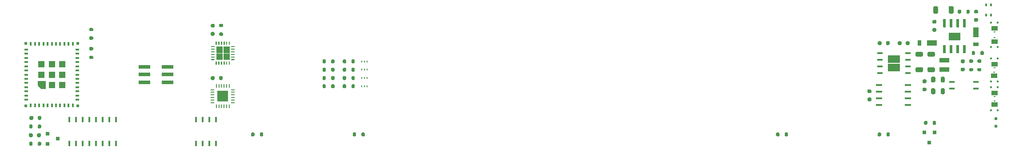
<source format=gtp>
%TF.GenerationSoftware,KiCad,Pcbnew,(5.1.8)-1*%
%TF.CreationDate,2022-03-17T10:23:42+02:00*%
%TF.ProjectId,Hardware,48617264-7761-4726-952e-6b696361645f,rev?*%
%TF.SameCoordinates,Original*%
%TF.FileFunction,Paste,Top*%
%TF.FilePolarity,Positive*%
%FSLAX46Y46*%
G04 Gerber Fmt 4.6, Leading zero omitted, Abs format (unit mm)*
G04 Created by KiCad (PCBNEW (5.1.8)-1) date 2022-03-17 10:23:42*
%MOMM*%
%LPD*%
G01*
G04 APERTURE LIST*
%ADD10C,0.100000*%
%ADD11C,0.010000*%
%ADD12R,0.320000X0.400000*%
%ADD13R,1.280000X0.880000*%
%ADD14R,0.320000X0.280000*%
%ADD15R,1.168400X0.426720*%
%ADD16R,0.650240X0.203200*%
%ADD17R,0.203200X0.650240*%
%ADD18R,2.072640X2.072640*%
%ADD19R,2.240000X0.800000*%
%ADD20R,1.097280X0.386080*%
%ADD21R,1.117600X0.447040*%
%ADD22R,0.447040X1.117600*%
%ADD23R,0.720000X0.640000*%
%ADD24R,0.223520X0.406400*%
%ADD25R,0.320000X0.600000*%
%ADD26R,1.920000X1.120000*%
%ADD27R,0.720000X1.120000*%
%ADD28R,0.560000X0.560000*%
%ADD29R,1.160000X1.160000*%
%ADD30R,0.640000X0.320000*%
%ADD31R,0.320000X0.640000*%
%ADD32R,0.640000X0.720000*%
%ADD33R,1.920000X0.840000*%
%ADD34R,1.120000X1.920000*%
%ADD35R,1.120000X0.720000*%
%ADD36R,0.560000X0.480000*%
G04 APERTURE END LIST*
D10*
%TO.C,U7*%
G36*
X189584000Y-107732500D02*
G01*
X189584000Y-109132700D01*
X191797000Y-109132700D01*
X191797000Y-107732500D01*
X189584000Y-107732500D01*
G37*
X189584000Y-107732500D02*
X189584000Y-109132700D01*
X191797000Y-109132700D01*
X191797000Y-107732500D01*
X189584000Y-107732500D01*
G36*
X189584000Y-106132300D02*
G01*
X189584000Y-107532500D01*
X191797000Y-107532500D01*
X191797000Y-106132300D01*
X189584000Y-106132300D01*
G37*
X189584000Y-106132300D02*
X189584000Y-107532500D01*
X191797000Y-107532500D01*
X191797000Y-106132300D01*
X189584000Y-106132300D01*
%TO.C,U4*%
G36*
X61644200Y-104506700D02*
G01*
X61644200Y-105627500D01*
X62765000Y-105627500D01*
X62765000Y-104506700D01*
X61644200Y-104506700D01*
G37*
X61644200Y-104506700D02*
X61644200Y-105627500D01*
X62765000Y-105627500D01*
X62765000Y-104506700D01*
X61644200Y-104506700D01*
G36*
X61644200Y-105827500D02*
G01*
X61644200Y-106948300D01*
X62765000Y-106948300D01*
X62765000Y-105827500D01*
X61644200Y-105827500D01*
G37*
X61644200Y-105827500D02*
X61644200Y-106948300D01*
X62765000Y-106948300D01*
X62765000Y-105827500D01*
X61644200Y-105827500D01*
G36*
X62965000Y-104506700D02*
G01*
X62965000Y-105627500D01*
X64085800Y-105627500D01*
X64085800Y-104506700D01*
X62965000Y-104506700D01*
G37*
X62965000Y-104506700D02*
X62965000Y-105627500D01*
X64085800Y-105627500D01*
X64085800Y-104506700D01*
X62965000Y-104506700D01*
G36*
X62965000Y-105827500D02*
G01*
X62965000Y-106948300D01*
X64085800Y-106948300D01*
X64085800Y-105827500D01*
X62965000Y-105827500D01*
G37*
X62965000Y-105827500D02*
X62965000Y-106948300D01*
X64085800Y-106948300D01*
X64085800Y-105827500D01*
X62965000Y-105827500D01*
D11*
%TO.C,U6*%
G36*
X201167500Y-103162500D02*
G01*
X201167500Y-101812500D01*
X203327500Y-101812500D01*
X203327500Y-103162500D01*
X201167500Y-103162500D01*
G37*
X201167500Y-103162500D02*
X201167500Y-101812500D01*
X203327500Y-101812500D01*
X203327500Y-103162500D01*
X201167500Y-103162500D01*
%TO.C,U2*%
G36*
X29036500Y-111105000D02*
G01*
X29036500Y-112555000D01*
X28186500Y-112555000D01*
X27586500Y-111955000D01*
X27586500Y-111105000D01*
X29036500Y-111105000D01*
G37*
X29036500Y-111105000D02*
X29036500Y-112555000D01*
X28186500Y-112555000D01*
X27586500Y-111955000D01*
X27586500Y-111105000D01*
X29036500Y-111105000D01*
%TD*%
%TO.C,R24*%
G36*
G01*
X188280000Y-121065000D02*
X188280000Y-121505000D01*
G75*
G02*
X188120000Y-121665000I-160000J0D01*
G01*
X187800000Y-121665000D01*
G75*
G02*
X187640000Y-121505000I0J160000D01*
G01*
X187640000Y-121065000D01*
G75*
G02*
X187800000Y-120905000I160000J0D01*
G01*
X188120000Y-120905000D01*
G75*
G02*
X188280000Y-121065000I0J-160000D01*
G01*
G37*
G36*
G01*
X189930000Y-121065000D02*
X189930000Y-121505000D01*
G75*
G02*
X189770000Y-121665000I-160000J0D01*
G01*
X189450000Y-121665000D01*
G75*
G02*
X189290000Y-121505000I0J160000D01*
G01*
X189290000Y-121065000D01*
G75*
G02*
X189450000Y-120905000I160000J0D01*
G01*
X189770000Y-120905000D01*
G75*
G02*
X189930000Y-121065000I0J-160000D01*
G01*
G37*
%TD*%
%TO.C,R23*%
G36*
G01*
X168912500Y-121065000D02*
X168912500Y-121505000D01*
G75*
G02*
X168752500Y-121665000I-160000J0D01*
G01*
X168432500Y-121665000D01*
G75*
G02*
X168272500Y-121505000I0J160000D01*
G01*
X168272500Y-121065000D01*
G75*
G02*
X168432500Y-120905000I160000J0D01*
G01*
X168752500Y-120905000D01*
G75*
G02*
X168912500Y-121065000I0J-160000D01*
G01*
G37*
G36*
G01*
X170562500Y-121065000D02*
X170562500Y-121505000D01*
G75*
G02*
X170402500Y-121665000I-160000J0D01*
G01*
X170082500Y-121665000D01*
G75*
G02*
X169922500Y-121505000I0J160000D01*
G01*
X169922500Y-121065000D01*
G75*
G02*
X170082500Y-120905000I160000J0D01*
G01*
X170402500Y-120905000D01*
G75*
G02*
X170562500Y-121065000I0J-160000D01*
G01*
G37*
%TD*%
%TO.C,R22*%
G36*
G01*
X88267500Y-121065000D02*
X88267500Y-121505000D01*
G75*
G02*
X88107500Y-121665000I-160000J0D01*
G01*
X87787500Y-121665000D01*
G75*
G02*
X87627500Y-121505000I0J160000D01*
G01*
X87627500Y-121065000D01*
G75*
G02*
X87787500Y-120905000I160000J0D01*
G01*
X88107500Y-120905000D01*
G75*
G02*
X88267500Y-121065000I0J-160000D01*
G01*
G37*
G36*
G01*
X89917500Y-121065000D02*
X89917500Y-121505000D01*
G75*
G02*
X89757500Y-121665000I-160000J0D01*
G01*
X89437500Y-121665000D01*
G75*
G02*
X89277500Y-121505000I0J160000D01*
G01*
X89277500Y-121065000D01*
G75*
G02*
X89437500Y-120905000I160000J0D01*
G01*
X89757500Y-120905000D01*
G75*
G02*
X89917500Y-121065000I0J-160000D01*
G01*
G37*
%TD*%
%TO.C,R21*%
G36*
G01*
X68900000Y-121065000D02*
X68900000Y-121505000D01*
G75*
G02*
X68740000Y-121665000I-160000J0D01*
G01*
X68420000Y-121665000D01*
G75*
G02*
X68260000Y-121505000I0J160000D01*
G01*
X68260000Y-121065000D01*
G75*
G02*
X68420000Y-120905000I160000J0D01*
G01*
X68740000Y-120905000D01*
G75*
G02*
X68900000Y-121065000I0J-160000D01*
G01*
G37*
G36*
G01*
X70550000Y-121065000D02*
X70550000Y-121505000D01*
G75*
G02*
X70390000Y-121665000I-160000J0D01*
G01*
X70070000Y-121665000D01*
G75*
G02*
X69910000Y-121505000I0J160000D01*
G01*
X69910000Y-121065000D01*
G75*
G02*
X70070000Y-120905000I160000J0D01*
G01*
X70390000Y-120905000D01*
G75*
G02*
X70550000Y-121065000I0J-160000D01*
G01*
G37*
%TD*%
D12*
%TO.C,D9*%
X209217500Y-116620000D03*
X210517500Y-116620000D03*
D13*
X209867500Y-115570000D03*
D14*
X209867500Y-114845000D03*
%TD*%
D12*
%TO.C,D8*%
X210517500Y-106773000D03*
X209217500Y-106773000D03*
D13*
X209867500Y-107823000D03*
D14*
X209867500Y-108548000D03*
%TD*%
D12*
%TO.C,D7*%
X210517500Y-99915000D03*
X209217500Y-99915000D03*
D13*
X209867500Y-100965000D03*
D14*
X209867500Y-101690000D03*
%TD*%
D12*
%TO.C,D6*%
X210517500Y-112297500D03*
X209217500Y-112297500D03*
D13*
X209867500Y-113347500D03*
D14*
X209867500Y-114072500D03*
%TD*%
D12*
%TO.C,D5*%
X209202500Y-111125000D03*
X210502500Y-111125000D03*
D13*
X209852500Y-110075000D03*
D14*
X209852500Y-109350000D03*
%TD*%
D12*
%TO.C,D4*%
X209217500Y-104555000D03*
X210517500Y-104555000D03*
D13*
X209867500Y-103505000D03*
D14*
X209867500Y-102780000D03*
%TD*%
D15*
%TO.C,U3*%
X187909200Y-111823500D03*
X187909200Y-113093500D03*
X187909200Y-114363500D03*
X187909200Y-115633500D03*
X193357500Y-115633500D03*
X193357500Y-114363500D03*
X193357500Y-113093500D03*
X193357500Y-111823500D03*
%TD*%
D16*
%TO.C,U5*%
X60921900Y-112732500D03*
X60921900Y-113232499D03*
X60921900Y-113732500D03*
X60921900Y-114232500D03*
X60921900Y-114732501D03*
X60921900Y-115232500D03*
D17*
X61615000Y-115925600D03*
X62114999Y-115925600D03*
X62615000Y-115925600D03*
X63115000Y-115925600D03*
X63615001Y-115925600D03*
X64115000Y-115925600D03*
D16*
X64808100Y-115232500D03*
X64808100Y-114732501D03*
X64808100Y-114232500D03*
X64808100Y-113732500D03*
X64808100Y-113232499D03*
X64808100Y-112732500D03*
D17*
X64115000Y-112039400D03*
X63615001Y-112039400D03*
X63115000Y-112039400D03*
X62615000Y-112039400D03*
X62114999Y-112039400D03*
X61615000Y-112039400D03*
D18*
X62865000Y-113982500D03*
%TD*%
%TO.C,R16*%
G36*
G01*
X199615000Y-111167502D02*
X199615000Y-110447498D01*
G75*
G02*
X199814998Y-110247500I199998J0D01*
G01*
X200235002Y-110247500D01*
G75*
G02*
X200435000Y-110447498I0J-199998D01*
G01*
X200435000Y-111167502D01*
G75*
G02*
X200235002Y-111367500I-199998J0D01*
G01*
X199814998Y-111367500D01*
G75*
G02*
X199615000Y-111167502I0J199998D01*
G01*
G37*
G36*
G01*
X197790000Y-111167502D02*
X197790000Y-110447498D01*
G75*
G02*
X197989998Y-110247500I199998J0D01*
G01*
X198410002Y-110247500D01*
G75*
G02*
X198610000Y-110447498I0J-199998D01*
G01*
X198610000Y-111167502D01*
G75*
G02*
X198410002Y-111367500I-199998J0D01*
G01*
X197989998Y-111367500D01*
G75*
G02*
X197790000Y-111167502I0J199998D01*
G01*
G37*
%TD*%
%TO.C,R15*%
G36*
G01*
X198610000Y-112669998D02*
X198610000Y-113390002D01*
G75*
G02*
X198410002Y-113590000I-199998J0D01*
G01*
X197989998Y-113590000D01*
G75*
G02*
X197790000Y-113390002I0J199998D01*
G01*
X197790000Y-112669998D01*
G75*
G02*
X197989998Y-112470000I199998J0D01*
G01*
X198410002Y-112470000D01*
G75*
G02*
X198610000Y-112669998I0J-199998D01*
G01*
G37*
G36*
G01*
X200435000Y-112669998D02*
X200435000Y-113390002D01*
G75*
G02*
X200235002Y-113590000I-199998J0D01*
G01*
X199814998Y-113590000D01*
G75*
G02*
X199615000Y-113390002I0J199998D01*
G01*
X199615000Y-112669998D01*
G75*
G02*
X199814998Y-112470000I199998J0D01*
G01*
X200235002Y-112470000D01*
G75*
G02*
X200435000Y-112669998I0J-199998D01*
G01*
G37*
%TD*%
D19*
%TO.C,LED1*%
X47963900Y-111339999D03*
X47963900Y-109840000D03*
X47963900Y-108340001D03*
X52366100Y-108340001D03*
X52366100Y-109840000D03*
X52366100Y-111339999D03*
%TD*%
D20*
%TO.C,U7*%
X188023500Y-105727500D03*
X188023500Y-106997500D03*
X188023500Y-108267500D03*
X188023500Y-109537500D03*
X193357500Y-109537500D03*
X193357500Y-108267500D03*
X193357500Y-106997500D03*
X193357500Y-105727500D03*
%TD*%
D21*
%TO.C,SW1*%
X201768000Y-111252000D03*
X201768000Y-112522000D03*
X206375000Y-112522000D03*
X206375000Y-111252000D03*
%TD*%
D22*
%TO.C,SW3*%
X57785000Y-123034500D03*
X59055000Y-123034500D03*
X60325000Y-123034500D03*
X61595000Y-123034500D03*
X61595000Y-118427500D03*
X60325000Y-118427500D03*
X59055000Y-118427500D03*
X57785000Y-118427500D03*
%TD*%
%TO.C,C12*%
G36*
G01*
X189213500Y-104022500D02*
X189213500Y-103622500D01*
G75*
G02*
X189393500Y-103442500I180000J0D01*
G01*
X189753500Y-103442500D01*
G75*
G02*
X189933500Y-103622500I0J-180000D01*
G01*
X189933500Y-104022500D01*
G75*
G02*
X189753500Y-104202500I-180000J0D01*
G01*
X189393500Y-104202500D01*
G75*
G02*
X189213500Y-104022500I0J180000D01*
G01*
G37*
G36*
G01*
X187663500Y-104022500D02*
X187663500Y-103622500D01*
G75*
G02*
X187843500Y-103442500I180000J0D01*
G01*
X188203500Y-103442500D01*
G75*
G02*
X188383500Y-103622500I0J-180000D01*
G01*
X188383500Y-104022500D01*
G75*
G02*
X188203500Y-104202500I-180000J0D01*
G01*
X187843500Y-104202500D01*
G75*
G02*
X187663500Y-104022500I0J180000D01*
G01*
G37*
%TD*%
%TO.C,C11*%
G36*
G01*
X192167500Y-103622500D02*
X192167500Y-104022500D01*
G75*
G02*
X191987500Y-104202500I-180000J0D01*
G01*
X191627500Y-104202500D01*
G75*
G02*
X191447500Y-104022500I0J180000D01*
G01*
X191447500Y-103622500D01*
G75*
G02*
X191627500Y-103442500I180000J0D01*
G01*
X191987500Y-103442500D01*
G75*
G02*
X192167500Y-103622500I0J-180000D01*
G01*
G37*
G36*
G01*
X193717500Y-103622500D02*
X193717500Y-104022500D01*
G75*
G02*
X193537500Y-104202500I-180000J0D01*
G01*
X193177500Y-104202500D01*
G75*
G02*
X192997500Y-104022500I0J180000D01*
G01*
X192997500Y-103622500D01*
G75*
G02*
X193177500Y-103442500I180000J0D01*
G01*
X193537500Y-103442500D01*
G75*
G02*
X193717500Y-103622500I0J-180000D01*
G01*
G37*
%TD*%
%TO.C,C10*%
G36*
G01*
X198322501Y-106412500D02*
X197282499Y-106412500D01*
G75*
G02*
X197082500Y-106212501I0J199999D01*
G01*
X197082500Y-105692499D01*
G75*
G02*
X197282499Y-105492500I199999J0D01*
G01*
X198322501Y-105492500D01*
G75*
G02*
X198522500Y-105692499I0J-199999D01*
G01*
X198522500Y-106212501D01*
G75*
G02*
X198322501Y-106412500I-199999J0D01*
G01*
G37*
G36*
G01*
X198322501Y-109362500D02*
X197282499Y-109362500D01*
G75*
G02*
X197082500Y-109162501I0J199999D01*
G01*
X197082500Y-108642499D01*
G75*
G02*
X197282499Y-108442500I199999J0D01*
G01*
X198322501Y-108442500D01*
G75*
G02*
X198522500Y-108642499I0J-199999D01*
G01*
X198522500Y-109162501D01*
G75*
G02*
X198322501Y-109362500I-199999J0D01*
G01*
G37*
%TD*%
%TO.C,C6*%
G36*
G01*
X61294000Y-110290000D02*
X61294000Y-110690000D01*
G75*
G02*
X61114000Y-110870000I-180000J0D01*
G01*
X60754000Y-110870000D01*
G75*
G02*
X60574000Y-110690000I0J180000D01*
G01*
X60574000Y-110290000D01*
G75*
G02*
X60754000Y-110110000I180000J0D01*
G01*
X61114000Y-110110000D01*
G75*
G02*
X61294000Y-110290000I0J-180000D01*
G01*
G37*
G36*
G01*
X62844000Y-110290000D02*
X62844000Y-110690000D01*
G75*
G02*
X62664000Y-110870000I-180000J0D01*
G01*
X62304000Y-110870000D01*
G75*
G02*
X62124000Y-110690000I0J180000D01*
G01*
X62124000Y-110290000D01*
G75*
G02*
X62304000Y-110110000I180000J0D01*
G01*
X62664000Y-110110000D01*
G75*
G02*
X62844000Y-110290000I0J-180000D01*
G01*
G37*
%TD*%
%TO.C,SW2*%
X33655000Y-123034500D03*
X34925000Y-123034500D03*
X36195000Y-123034500D03*
X37465000Y-123034500D03*
X38735000Y-123034500D03*
X40005000Y-123034500D03*
X41275000Y-123034500D03*
X42545000Y-123034500D03*
X42545000Y-118427500D03*
X41275000Y-118427500D03*
X40005000Y-118427500D03*
X38735000Y-118427500D03*
X37465000Y-118427500D03*
X36195000Y-118427500D03*
X34925000Y-118427500D03*
X33655000Y-118427500D03*
%TD*%
D23*
%TO.C,U1*%
X31464000Y-122113000D03*
X29464000Y-123063000D03*
X29464000Y-121163000D03*
%TD*%
%TO.C,R10*%
G36*
G01*
X26609000Y-122843000D02*
X26609000Y-123283000D01*
G75*
G02*
X26449000Y-123443000I-160000J0D01*
G01*
X26129000Y-123443000D01*
G75*
G02*
X25969000Y-123283000I0J160000D01*
G01*
X25969000Y-122843000D01*
G75*
G02*
X26129000Y-122683000I160000J0D01*
G01*
X26449000Y-122683000D01*
G75*
G02*
X26609000Y-122843000I0J-160000D01*
G01*
G37*
G36*
G01*
X28259000Y-122843000D02*
X28259000Y-123283000D01*
G75*
G02*
X28099000Y-123443000I-160000J0D01*
G01*
X27779000Y-123443000D01*
G75*
G02*
X27619000Y-123283000I0J160000D01*
G01*
X27619000Y-122843000D01*
G75*
G02*
X27779000Y-122683000I160000J0D01*
G01*
X28099000Y-122683000D01*
G75*
G02*
X28259000Y-122843000I0J-160000D01*
G01*
G37*
%TD*%
%TO.C,R5*%
G36*
G01*
X38002500Y-101540000D02*
X37562500Y-101540000D01*
G75*
G02*
X37402500Y-101380000I0J160000D01*
G01*
X37402500Y-101060000D01*
G75*
G02*
X37562500Y-100900000I160000J0D01*
G01*
X38002500Y-100900000D01*
G75*
G02*
X38162500Y-101060000I0J-160000D01*
G01*
X38162500Y-101380000D01*
G75*
G02*
X38002500Y-101540000I-160000J0D01*
G01*
G37*
G36*
G01*
X38002500Y-103190000D02*
X37562500Y-103190000D01*
G75*
G02*
X37402500Y-103030000I0J160000D01*
G01*
X37402500Y-102710000D01*
G75*
G02*
X37562500Y-102550000I160000J0D01*
G01*
X38002500Y-102550000D01*
G75*
G02*
X38162500Y-102710000I0J-160000D01*
G01*
X38162500Y-103030000D01*
G75*
G02*
X38002500Y-103190000I-160000J0D01*
G01*
G37*
%TD*%
%TO.C,R13*%
G36*
G01*
X37562500Y-106232500D02*
X38002500Y-106232500D01*
G75*
G02*
X38162500Y-106392500I0J-160000D01*
G01*
X38162500Y-106712500D01*
G75*
G02*
X38002500Y-106872500I-160000J0D01*
G01*
X37562500Y-106872500D01*
G75*
G02*
X37402500Y-106712500I0J160000D01*
G01*
X37402500Y-106392500D01*
G75*
G02*
X37562500Y-106232500I160000J0D01*
G01*
G37*
G36*
G01*
X37562500Y-104582500D02*
X38002500Y-104582500D01*
G75*
G02*
X38162500Y-104742500I0J-160000D01*
G01*
X38162500Y-105062500D01*
G75*
G02*
X38002500Y-105222500I-160000J0D01*
G01*
X37562500Y-105222500D01*
G75*
G02*
X37402500Y-105062500I0J160000D01*
G01*
X37402500Y-104742500D01*
G75*
G02*
X37562500Y-104582500I160000J0D01*
G01*
G37*
%TD*%
%TO.C,C5*%
G36*
G01*
X196332500Y-112315000D02*
X196732500Y-112315000D01*
G75*
G02*
X196912500Y-112495000I0J-180000D01*
G01*
X196912500Y-112855000D01*
G75*
G02*
X196732500Y-113035000I-180000J0D01*
G01*
X196332500Y-113035000D01*
G75*
G02*
X196152500Y-112855000I0J180000D01*
G01*
X196152500Y-112495000D01*
G75*
G02*
X196332500Y-112315000I180000J0D01*
G01*
G37*
G36*
G01*
X196332500Y-110765000D02*
X196732500Y-110765000D01*
G75*
G02*
X196912500Y-110945000I0J-180000D01*
G01*
X196912500Y-111305000D01*
G75*
G02*
X196732500Y-111485000I-180000J0D01*
G01*
X196332500Y-111485000D01*
G75*
G02*
X196152500Y-111305000I0J180000D01*
G01*
X196152500Y-110945000D01*
G75*
G02*
X196332500Y-110765000I180000J0D01*
G01*
G37*
%TD*%
%TO.C,C4*%
G36*
G01*
X186255000Y-113390000D02*
X185855000Y-113390000D01*
G75*
G02*
X185675000Y-113210000I0J180000D01*
G01*
X185675000Y-112850000D01*
G75*
G02*
X185855000Y-112670000I180000J0D01*
G01*
X186255000Y-112670000D01*
G75*
G02*
X186435000Y-112850000I0J-180000D01*
G01*
X186435000Y-113210000D01*
G75*
G02*
X186255000Y-113390000I-180000J0D01*
G01*
G37*
G36*
G01*
X186255000Y-114940000D02*
X185855000Y-114940000D01*
G75*
G02*
X185675000Y-114760000I0J180000D01*
G01*
X185675000Y-114400000D01*
G75*
G02*
X185855000Y-114220000I180000J0D01*
G01*
X186255000Y-114220000D01*
G75*
G02*
X186435000Y-114400000I0J-180000D01*
G01*
X186435000Y-114760000D01*
G75*
G02*
X186255000Y-114940000I-180000J0D01*
G01*
G37*
%TD*%
D24*
%TO.C,Q3*%
X89352501Y-108889800D03*
X89852500Y-108889800D03*
X90352499Y-108889800D03*
X90352499Y-107315000D03*
X89852500Y-107315000D03*
X89352501Y-107315000D03*
%TD*%
%TO.C,Q1*%
X89352501Y-112064800D03*
X89852500Y-112064800D03*
X90352499Y-112064800D03*
X90352499Y-110490000D03*
X89852500Y-110490000D03*
X89352501Y-110490000D03*
%TD*%
D25*
%TO.C,L1*%
X209232500Y-98425000D03*
X209232500Y-96550300D03*
X208332500Y-96550300D03*
X208332500Y-98425000D03*
%TD*%
%TO.C,F1*%
G36*
G01*
X206170000Y-99027500D02*
X206580000Y-99027500D01*
G75*
G02*
X206755000Y-99202500I0J-175000D01*
G01*
X206755000Y-99552500D01*
G75*
G02*
X206580000Y-99727500I-175000J0D01*
G01*
X206170000Y-99727500D01*
G75*
G02*
X205995000Y-99552500I0J175000D01*
G01*
X205995000Y-99202500D01*
G75*
G02*
X206170000Y-99027500I175000J0D01*
G01*
G37*
G36*
G01*
X206170000Y-97452500D02*
X206580000Y-97452500D01*
G75*
G02*
X206755000Y-97627500I0J-175000D01*
G01*
X206755000Y-97977500D01*
G75*
G02*
X206580000Y-98152500I-175000J0D01*
G01*
X206170000Y-98152500D01*
G75*
G02*
X205995000Y-97977500I0J175000D01*
G01*
X205995000Y-97627500D01*
G75*
G02*
X206170000Y-97452500I175000J0D01*
G01*
G37*
%TD*%
D26*
%TO.C,D3*%
X197929500Y-103822500D03*
D27*
X195579500Y-103822500D03*
%TD*%
%TO.C,U4*%
G36*
G01*
X61234320Y-104579100D02*
X60685680Y-104579100D01*
G75*
G02*
X60634880Y-104528300I0J50800D01*
G01*
X60634880Y-104426700D01*
G75*
G02*
X60685680Y-104375900I50800J0D01*
G01*
X61234320Y-104375900D01*
G75*
G02*
X61285120Y-104426700I0J-50800D01*
G01*
X61285120Y-104528300D01*
G75*
G02*
X61234320Y-104579100I-50800J0D01*
G01*
G37*
G36*
G01*
X61234320Y-105079099D02*
X60685680Y-105079099D01*
G75*
G02*
X60634880Y-105028299I0J50800D01*
G01*
X60634880Y-104926699D01*
G75*
G02*
X60685680Y-104875899I50800J0D01*
G01*
X61234320Y-104875899D01*
G75*
G02*
X61285120Y-104926699I0J-50800D01*
G01*
X61285120Y-105028299D01*
G75*
G02*
X61234320Y-105079099I-50800J0D01*
G01*
G37*
G36*
G01*
X61234320Y-105579100D02*
X60685680Y-105579100D01*
G75*
G02*
X60634880Y-105528300I0J50800D01*
G01*
X60634880Y-105426700D01*
G75*
G02*
X60685680Y-105375900I50800J0D01*
G01*
X61234320Y-105375900D01*
G75*
G02*
X61285120Y-105426700I0J-50800D01*
G01*
X61285120Y-105528300D01*
G75*
G02*
X61234320Y-105579100I-50800J0D01*
G01*
G37*
G36*
G01*
X61234320Y-106079100D02*
X60685680Y-106079100D01*
G75*
G02*
X60634880Y-106028300I0J50800D01*
G01*
X60634880Y-105926700D01*
G75*
G02*
X60685680Y-105875900I50800J0D01*
G01*
X61234320Y-105875900D01*
G75*
G02*
X61285120Y-105926700I0J-50800D01*
G01*
X61285120Y-106028300D01*
G75*
G02*
X61234320Y-106079100I-50800J0D01*
G01*
G37*
G36*
G01*
X61234320Y-106579101D02*
X60685680Y-106579101D01*
G75*
G02*
X60634880Y-106528301I0J50800D01*
G01*
X60634880Y-106426701D01*
G75*
G02*
X60685680Y-106375901I50800J0D01*
G01*
X61234320Y-106375901D01*
G75*
G02*
X61285120Y-106426701I0J-50800D01*
G01*
X61285120Y-106528301D01*
G75*
G02*
X61234320Y-106579101I-50800J0D01*
G01*
G37*
G36*
G01*
X61234320Y-107079100D02*
X60685680Y-107079100D01*
G75*
G02*
X60634880Y-107028300I0J50800D01*
G01*
X60634880Y-106926700D01*
G75*
G02*
X60685680Y-106875900I50800J0D01*
G01*
X61234320Y-106875900D01*
G75*
G02*
X61285120Y-106926700I0J-50800D01*
G01*
X61285120Y-107028300D01*
G75*
G02*
X61234320Y-107079100I-50800J0D01*
G01*
G37*
G36*
G01*
X61513400Y-107906820D02*
X61513400Y-107358180D01*
G75*
G02*
X61564200Y-107307380I50800J0D01*
G01*
X61665800Y-107307380D01*
G75*
G02*
X61716600Y-107358180I0J-50800D01*
G01*
X61716600Y-107906820D01*
G75*
G02*
X61665800Y-107957620I-50800J0D01*
G01*
X61564200Y-107957620D01*
G75*
G02*
X61513400Y-107906820I0J50800D01*
G01*
G37*
G36*
G01*
X62013399Y-107906820D02*
X62013399Y-107358180D01*
G75*
G02*
X62064199Y-107307380I50800J0D01*
G01*
X62165799Y-107307380D01*
G75*
G02*
X62216599Y-107358180I0J-50800D01*
G01*
X62216599Y-107906820D01*
G75*
G02*
X62165799Y-107957620I-50800J0D01*
G01*
X62064199Y-107957620D01*
G75*
G02*
X62013399Y-107906820I0J50800D01*
G01*
G37*
G36*
G01*
X62513400Y-107906820D02*
X62513400Y-107358180D01*
G75*
G02*
X62564200Y-107307380I50800J0D01*
G01*
X62665800Y-107307380D01*
G75*
G02*
X62716600Y-107358180I0J-50800D01*
G01*
X62716600Y-107906820D01*
G75*
G02*
X62665800Y-107957620I-50800J0D01*
G01*
X62564200Y-107957620D01*
G75*
G02*
X62513400Y-107906820I0J50800D01*
G01*
G37*
G36*
G01*
X63013400Y-107906820D02*
X63013400Y-107358180D01*
G75*
G02*
X63064200Y-107307380I50800J0D01*
G01*
X63165800Y-107307380D01*
G75*
G02*
X63216600Y-107358180I0J-50800D01*
G01*
X63216600Y-107906820D01*
G75*
G02*
X63165800Y-107957620I-50800J0D01*
G01*
X63064200Y-107957620D01*
G75*
G02*
X63013400Y-107906820I0J50800D01*
G01*
G37*
G36*
G01*
X63513401Y-107906820D02*
X63513401Y-107358180D01*
G75*
G02*
X63564201Y-107307380I50800J0D01*
G01*
X63665801Y-107307380D01*
G75*
G02*
X63716601Y-107358180I0J-50800D01*
G01*
X63716601Y-107906820D01*
G75*
G02*
X63665801Y-107957620I-50800J0D01*
G01*
X63564201Y-107957620D01*
G75*
G02*
X63513401Y-107906820I0J50800D01*
G01*
G37*
G36*
G01*
X64013400Y-107906820D02*
X64013400Y-107358180D01*
G75*
G02*
X64064200Y-107307380I50800J0D01*
G01*
X64165800Y-107307380D01*
G75*
G02*
X64216600Y-107358180I0J-50800D01*
G01*
X64216600Y-107906820D01*
G75*
G02*
X64165800Y-107957620I-50800J0D01*
G01*
X64064200Y-107957620D01*
G75*
G02*
X64013400Y-107906820I0J50800D01*
G01*
G37*
G36*
G01*
X65044320Y-107079100D02*
X64495680Y-107079100D01*
G75*
G02*
X64444880Y-107028300I0J50800D01*
G01*
X64444880Y-106926700D01*
G75*
G02*
X64495680Y-106875900I50800J0D01*
G01*
X65044320Y-106875900D01*
G75*
G02*
X65095120Y-106926700I0J-50800D01*
G01*
X65095120Y-107028300D01*
G75*
G02*
X65044320Y-107079100I-50800J0D01*
G01*
G37*
G36*
G01*
X65044320Y-106579101D02*
X64495680Y-106579101D01*
G75*
G02*
X64444880Y-106528301I0J50800D01*
G01*
X64444880Y-106426701D01*
G75*
G02*
X64495680Y-106375901I50800J0D01*
G01*
X65044320Y-106375901D01*
G75*
G02*
X65095120Y-106426701I0J-50800D01*
G01*
X65095120Y-106528301D01*
G75*
G02*
X65044320Y-106579101I-50800J0D01*
G01*
G37*
G36*
G01*
X65044320Y-106079100D02*
X64495680Y-106079100D01*
G75*
G02*
X64444880Y-106028300I0J50800D01*
G01*
X64444880Y-105926700D01*
G75*
G02*
X64495680Y-105875900I50800J0D01*
G01*
X65044320Y-105875900D01*
G75*
G02*
X65095120Y-105926700I0J-50800D01*
G01*
X65095120Y-106028300D01*
G75*
G02*
X65044320Y-106079100I-50800J0D01*
G01*
G37*
G36*
G01*
X65044320Y-105579100D02*
X64495680Y-105579100D01*
G75*
G02*
X64444880Y-105528300I0J50800D01*
G01*
X64444880Y-105426700D01*
G75*
G02*
X64495680Y-105375900I50800J0D01*
G01*
X65044320Y-105375900D01*
G75*
G02*
X65095120Y-105426700I0J-50800D01*
G01*
X65095120Y-105528300D01*
G75*
G02*
X65044320Y-105579100I-50800J0D01*
G01*
G37*
G36*
G01*
X65044320Y-105079099D02*
X64495680Y-105079099D01*
G75*
G02*
X64444880Y-105028299I0J50800D01*
G01*
X64444880Y-104926699D01*
G75*
G02*
X64495680Y-104875899I50800J0D01*
G01*
X65044320Y-104875899D01*
G75*
G02*
X65095120Y-104926699I0J-50800D01*
G01*
X65095120Y-105028299D01*
G75*
G02*
X65044320Y-105079099I-50800J0D01*
G01*
G37*
G36*
G01*
X65044320Y-104579100D02*
X64495680Y-104579100D01*
G75*
G02*
X64444880Y-104528300I0J50800D01*
G01*
X64444880Y-104426700D01*
G75*
G02*
X64495680Y-104375900I50800J0D01*
G01*
X65044320Y-104375900D01*
G75*
G02*
X65095120Y-104426700I0J-50800D01*
G01*
X65095120Y-104528300D01*
G75*
G02*
X65044320Y-104579100I-50800J0D01*
G01*
G37*
G36*
G01*
X64013400Y-104096820D02*
X64013400Y-103548180D01*
G75*
G02*
X64064200Y-103497380I50800J0D01*
G01*
X64165800Y-103497380D01*
G75*
G02*
X64216600Y-103548180I0J-50800D01*
G01*
X64216600Y-104096820D01*
G75*
G02*
X64165800Y-104147620I-50800J0D01*
G01*
X64064200Y-104147620D01*
G75*
G02*
X64013400Y-104096820I0J50800D01*
G01*
G37*
G36*
G01*
X63513401Y-104096820D02*
X63513401Y-103548180D01*
G75*
G02*
X63564201Y-103497380I50800J0D01*
G01*
X63665801Y-103497380D01*
G75*
G02*
X63716601Y-103548180I0J-50800D01*
G01*
X63716601Y-104096820D01*
G75*
G02*
X63665801Y-104147620I-50800J0D01*
G01*
X63564201Y-104147620D01*
G75*
G02*
X63513401Y-104096820I0J50800D01*
G01*
G37*
G36*
G01*
X63013400Y-104096820D02*
X63013400Y-103548180D01*
G75*
G02*
X63064200Y-103497380I50800J0D01*
G01*
X63165800Y-103497380D01*
G75*
G02*
X63216600Y-103548180I0J-50800D01*
G01*
X63216600Y-104096820D01*
G75*
G02*
X63165800Y-104147620I-50800J0D01*
G01*
X63064200Y-104147620D01*
G75*
G02*
X63013400Y-104096820I0J50800D01*
G01*
G37*
G36*
G01*
X62513400Y-104096820D02*
X62513400Y-103548180D01*
G75*
G02*
X62564200Y-103497380I50800J0D01*
G01*
X62665800Y-103497380D01*
G75*
G02*
X62716600Y-103548180I0J-50800D01*
G01*
X62716600Y-104096820D01*
G75*
G02*
X62665800Y-104147620I-50800J0D01*
G01*
X62564200Y-104147620D01*
G75*
G02*
X62513400Y-104096820I0J50800D01*
G01*
G37*
G36*
G01*
X62013399Y-104096820D02*
X62013399Y-103548180D01*
G75*
G02*
X62064199Y-103497380I50800J0D01*
G01*
X62165799Y-103497380D01*
G75*
G02*
X62216599Y-103548180I0J-50800D01*
G01*
X62216599Y-104096820D01*
G75*
G02*
X62165799Y-104147620I-50800J0D01*
G01*
X62064199Y-104147620D01*
G75*
G02*
X62013399Y-104096820I0J50800D01*
G01*
G37*
G36*
G01*
X61513400Y-104096820D02*
X61513400Y-103548180D01*
G75*
G02*
X61564200Y-103497380I50800J0D01*
G01*
X61665800Y-103497380D01*
G75*
G02*
X61716600Y-103548180I0J-50800D01*
G01*
X61716600Y-104096820D01*
G75*
G02*
X61665800Y-104147620I-50800J0D01*
G01*
X61564200Y-104147620D01*
G75*
G02*
X61513400Y-104096820I0J50800D01*
G01*
G37*
%TD*%
%TO.C,U6*%
G36*
G01*
X200548900Y-105750500D02*
X200136100Y-105750500D01*
G75*
G02*
X200102500Y-105716900I0J33600D01*
G01*
X200102500Y-104208100D01*
G75*
G02*
X200136100Y-104174500I33600J0D01*
G01*
X200548900Y-104174500D01*
G75*
G02*
X200582500Y-104208100I0J-33600D01*
G01*
X200582500Y-105716900D01*
G75*
G02*
X200548900Y-105750500I-33600J0D01*
G01*
G37*
G36*
G01*
X201818900Y-105750500D02*
X201406100Y-105750500D01*
G75*
G02*
X201372500Y-105716900I0J33600D01*
G01*
X201372500Y-104208100D01*
G75*
G02*
X201406100Y-104174500I33600J0D01*
G01*
X201818900Y-104174500D01*
G75*
G02*
X201852500Y-104208100I0J-33600D01*
G01*
X201852500Y-105716900D01*
G75*
G02*
X201818900Y-105750500I-33600J0D01*
G01*
G37*
G36*
G01*
X203088900Y-105750500D02*
X202676100Y-105750500D01*
G75*
G02*
X202642500Y-105716900I0J33600D01*
G01*
X202642500Y-104208100D01*
G75*
G02*
X202676100Y-104174500I33600J0D01*
G01*
X203088900Y-104174500D01*
G75*
G02*
X203122500Y-104208100I0J-33600D01*
G01*
X203122500Y-105716900D01*
G75*
G02*
X203088900Y-105750500I-33600J0D01*
G01*
G37*
G36*
G01*
X204358900Y-105750500D02*
X203946100Y-105750500D01*
G75*
G02*
X203912500Y-105716900I0J33600D01*
G01*
X203912500Y-104208100D01*
G75*
G02*
X203946100Y-104174500I33600J0D01*
G01*
X204358900Y-104174500D01*
G75*
G02*
X204392500Y-104208100I0J-33600D01*
G01*
X204392500Y-105716900D01*
G75*
G02*
X204358900Y-105750500I-33600J0D01*
G01*
G37*
G36*
G01*
X204358900Y-100800500D02*
X203946100Y-100800500D01*
G75*
G02*
X203912500Y-100766900I0J33600D01*
G01*
X203912500Y-99258100D01*
G75*
G02*
X203946100Y-99224500I33600J0D01*
G01*
X204358900Y-99224500D01*
G75*
G02*
X204392500Y-99258100I0J-33600D01*
G01*
X204392500Y-100766900D01*
G75*
G02*
X204358900Y-100800500I-33600J0D01*
G01*
G37*
G36*
G01*
X203088900Y-100800500D02*
X202676100Y-100800500D01*
G75*
G02*
X202642500Y-100766900I0J33600D01*
G01*
X202642500Y-99258100D01*
G75*
G02*
X202676100Y-99224500I33600J0D01*
G01*
X203088900Y-99224500D01*
G75*
G02*
X203122500Y-99258100I0J-33600D01*
G01*
X203122500Y-100766900D01*
G75*
G02*
X203088900Y-100800500I-33600J0D01*
G01*
G37*
G36*
G01*
X201818900Y-100800500D02*
X201406100Y-100800500D01*
G75*
G02*
X201372500Y-100766900I0J33600D01*
G01*
X201372500Y-99258100D01*
G75*
G02*
X201406100Y-99224500I33600J0D01*
G01*
X201818900Y-99224500D01*
G75*
G02*
X201852500Y-99258100I0J-33600D01*
G01*
X201852500Y-100766900D01*
G75*
G02*
X201818900Y-100800500I-33600J0D01*
G01*
G37*
G36*
G01*
X200548900Y-100800500D02*
X200136100Y-100800500D01*
G75*
G02*
X200102500Y-100766900I0J33600D01*
G01*
X200102500Y-99258100D01*
G75*
G02*
X200136100Y-99224500I33600J0D01*
G01*
X200548900Y-99224500D01*
G75*
G02*
X200582500Y-99258100I0J-33600D01*
G01*
X200582500Y-100766900D01*
G75*
G02*
X200548900Y-100800500I-33600J0D01*
G01*
G37*
%TD*%
D28*
%TO.C,U2*%
X25336500Y-103905000D03*
X35236500Y-103905000D03*
X35236500Y-115805000D03*
X25336500Y-115805000D03*
D29*
X30286500Y-107880000D03*
X32261500Y-107880000D03*
X32261500Y-109855000D03*
X32261500Y-111830000D03*
X30286500Y-111830000D03*
X28311500Y-109855000D03*
X28311500Y-107880000D03*
X30286500Y-109855000D03*
D30*
X25386500Y-114655000D03*
X25386500Y-113855000D03*
X25386500Y-113055000D03*
X25386500Y-112255000D03*
X25386500Y-111455000D03*
X25386500Y-110655000D03*
X25386500Y-109855000D03*
X25386500Y-109055000D03*
X25386500Y-108255000D03*
X25386500Y-107455000D03*
X25386500Y-106655000D03*
X25386500Y-105855000D03*
X25386500Y-105055000D03*
D31*
X26286500Y-103955000D03*
X27086500Y-103955000D03*
X27886500Y-103955000D03*
X28686500Y-103955000D03*
X29486500Y-103955000D03*
X30286500Y-103955000D03*
X31086500Y-103955000D03*
X31886500Y-103955000D03*
X32686500Y-103955000D03*
X33486500Y-103955000D03*
X34286500Y-103955000D03*
D30*
X35186500Y-105055000D03*
X35186500Y-105855000D03*
X35186500Y-106655000D03*
X35186500Y-107455000D03*
X35186500Y-108255000D03*
X35186500Y-109055000D03*
X35186500Y-109855000D03*
X35186500Y-110655000D03*
X35186500Y-111455000D03*
X35186500Y-112255000D03*
X35186500Y-113055000D03*
X35186500Y-113855000D03*
X35186500Y-114655000D03*
D31*
X34286500Y-115755000D03*
X33486500Y-115755000D03*
X32686500Y-115755000D03*
X31886500Y-115755000D03*
X31086500Y-115755000D03*
X30286500Y-115755000D03*
X29486500Y-115755000D03*
X28686500Y-115755000D03*
X27886500Y-115755000D03*
X27086500Y-115755000D03*
X26286500Y-115755000D03*
%TD*%
%TO.C,R20*%
G36*
G01*
X206790000Y-108581500D02*
X207230000Y-108581500D01*
G75*
G02*
X207390000Y-108741500I0J-160000D01*
G01*
X207390000Y-109061500D01*
G75*
G02*
X207230000Y-109221500I-160000J0D01*
G01*
X206790000Y-109221500D01*
G75*
G02*
X206630000Y-109061500I0J160000D01*
G01*
X206630000Y-108741500D01*
G75*
G02*
X206790000Y-108581500I160000J0D01*
G01*
G37*
G36*
G01*
X206790000Y-106931500D02*
X207230000Y-106931500D01*
G75*
G02*
X207390000Y-107091500I0J-160000D01*
G01*
X207390000Y-107411500D01*
G75*
G02*
X207230000Y-107571500I-160000J0D01*
G01*
X206790000Y-107571500D01*
G75*
G02*
X206630000Y-107411500I0J160000D01*
G01*
X206630000Y-107091500D01*
G75*
G02*
X206790000Y-106931500I160000J0D01*
G01*
G37*
%TD*%
%TO.C,R19*%
G36*
G01*
X204530000Y-98010000D02*
X204530000Y-97570000D01*
G75*
G02*
X204690000Y-97410000I160000J0D01*
G01*
X205010000Y-97410000D01*
G75*
G02*
X205170000Y-97570000I0J-160000D01*
G01*
X205170000Y-98010000D01*
G75*
G02*
X205010000Y-98170000I-160000J0D01*
G01*
X204690000Y-98170000D01*
G75*
G02*
X204530000Y-98010000I0J160000D01*
G01*
G37*
G36*
G01*
X202880000Y-98010000D02*
X202880000Y-97570000D01*
G75*
G02*
X203040000Y-97410000I160000J0D01*
G01*
X203360000Y-97410000D01*
G75*
G02*
X203520000Y-97570000I0J-160000D01*
G01*
X203520000Y-98010000D01*
G75*
G02*
X203360000Y-98170000I-160000J0D01*
G01*
X203040000Y-98170000D01*
G75*
G02*
X202880000Y-98010000I0J160000D01*
G01*
G37*
%TD*%
%TO.C,R18*%
G36*
G01*
X205642500Y-107572500D02*
X205202500Y-107572500D01*
G75*
G02*
X205042500Y-107412500I0J160000D01*
G01*
X205042500Y-107092500D01*
G75*
G02*
X205202500Y-106932500I160000J0D01*
G01*
X205642500Y-106932500D01*
G75*
G02*
X205802500Y-107092500I0J-160000D01*
G01*
X205802500Y-107412500D01*
G75*
G02*
X205642500Y-107572500I-160000J0D01*
G01*
G37*
G36*
G01*
X205642500Y-109222500D02*
X205202500Y-109222500D01*
G75*
G02*
X205042500Y-109062500I0J160000D01*
G01*
X205042500Y-108742500D01*
G75*
G02*
X205202500Y-108582500I160000J0D01*
G01*
X205642500Y-108582500D01*
G75*
G02*
X205802500Y-108742500I0J-160000D01*
G01*
X205802500Y-109062500D01*
G75*
G02*
X205642500Y-109222500I-160000J0D01*
G01*
G37*
%TD*%
%TO.C,R17*%
G36*
G01*
X207197500Y-105947500D02*
X207197500Y-105507500D01*
G75*
G02*
X207357500Y-105347500I160000J0D01*
G01*
X207677500Y-105347500D01*
G75*
G02*
X207837500Y-105507500I0J-160000D01*
G01*
X207837500Y-105947500D01*
G75*
G02*
X207677500Y-106107500I-160000J0D01*
G01*
X207357500Y-106107500D01*
G75*
G02*
X207197500Y-105947500I0J160000D01*
G01*
G37*
G36*
G01*
X205547500Y-105947500D02*
X205547500Y-105507500D01*
G75*
G02*
X205707500Y-105347500I160000J0D01*
G01*
X206027500Y-105347500D01*
G75*
G02*
X206187500Y-105507500I0J-160000D01*
G01*
X206187500Y-105947500D01*
G75*
G02*
X206027500Y-106107500I-160000J0D01*
G01*
X205707500Y-106107500D01*
G75*
G02*
X205547500Y-105947500I0J160000D01*
G01*
G37*
%TD*%
%TO.C,R14*%
G36*
G01*
X62767500Y-100778000D02*
X62327500Y-100778000D01*
G75*
G02*
X62167500Y-100618000I0J160000D01*
G01*
X62167500Y-100298000D01*
G75*
G02*
X62327500Y-100138000I160000J0D01*
G01*
X62767500Y-100138000D01*
G75*
G02*
X62927500Y-100298000I0J-160000D01*
G01*
X62927500Y-100618000D01*
G75*
G02*
X62767500Y-100778000I-160000J0D01*
G01*
G37*
G36*
G01*
X62767500Y-102428000D02*
X62327500Y-102428000D01*
G75*
G02*
X62167500Y-102268000I0J160000D01*
G01*
X62167500Y-101948000D01*
G75*
G02*
X62327500Y-101788000I160000J0D01*
G01*
X62767500Y-101788000D01*
G75*
G02*
X62927500Y-101948000I0J-160000D01*
G01*
X62927500Y-102268000D01*
G75*
G02*
X62767500Y-102428000I-160000J0D01*
G01*
G37*
%TD*%
%TO.C,R12*%
G36*
G01*
X87372500Y-107535000D02*
X87372500Y-107095000D01*
G75*
G02*
X87532500Y-106935000I160000J0D01*
G01*
X87852500Y-106935000D01*
G75*
G02*
X88012500Y-107095000I0J-160000D01*
G01*
X88012500Y-107535000D01*
G75*
G02*
X87852500Y-107695000I-160000J0D01*
G01*
X87532500Y-107695000D01*
G75*
G02*
X87372500Y-107535000I0J160000D01*
G01*
G37*
G36*
G01*
X85722500Y-107535000D02*
X85722500Y-107095000D01*
G75*
G02*
X85882500Y-106935000I160000J0D01*
G01*
X86202500Y-106935000D01*
G75*
G02*
X86362500Y-107095000I0J-160000D01*
G01*
X86362500Y-107535000D01*
G75*
G02*
X86202500Y-107695000I-160000J0D01*
G01*
X85882500Y-107695000D01*
G75*
G02*
X85722500Y-107535000I0J160000D01*
G01*
G37*
%TD*%
%TO.C,R11*%
G36*
G01*
X87372500Y-109122500D02*
X87372500Y-108682500D01*
G75*
G02*
X87532500Y-108522500I160000J0D01*
G01*
X87852500Y-108522500D01*
G75*
G02*
X88012500Y-108682500I0J-160000D01*
G01*
X88012500Y-109122500D01*
G75*
G02*
X87852500Y-109282500I-160000J0D01*
G01*
X87532500Y-109282500D01*
G75*
G02*
X87372500Y-109122500I0J160000D01*
G01*
G37*
G36*
G01*
X85722500Y-109122500D02*
X85722500Y-108682500D01*
G75*
G02*
X85882500Y-108522500I160000J0D01*
G01*
X86202500Y-108522500D01*
G75*
G02*
X86362500Y-108682500I0J-160000D01*
G01*
X86362500Y-109122500D01*
G75*
G02*
X86202500Y-109282500I-160000J0D01*
G01*
X85882500Y-109282500D01*
G75*
G02*
X85722500Y-109122500I0J160000D01*
G01*
G37*
%TD*%
%TO.C,R9*%
G36*
G01*
X26609000Y-119541000D02*
X26609000Y-119981000D01*
G75*
G02*
X26449000Y-120141000I-160000J0D01*
G01*
X26129000Y-120141000D01*
G75*
G02*
X25969000Y-119981000I0J160000D01*
G01*
X25969000Y-119541000D01*
G75*
G02*
X26129000Y-119381000I160000J0D01*
G01*
X26449000Y-119381000D01*
G75*
G02*
X26609000Y-119541000I0J-160000D01*
G01*
G37*
G36*
G01*
X28259000Y-119541000D02*
X28259000Y-119981000D01*
G75*
G02*
X28099000Y-120141000I-160000J0D01*
G01*
X27779000Y-120141000D01*
G75*
G02*
X27619000Y-119981000I0J160000D01*
G01*
X27619000Y-119541000D01*
G75*
G02*
X27779000Y-119381000I160000J0D01*
G01*
X28099000Y-119381000D01*
G75*
G02*
X28259000Y-119541000I0J-160000D01*
G01*
G37*
%TD*%
%TO.C,R8*%
G36*
G01*
X198117500Y-119282500D02*
X198117500Y-118842500D01*
G75*
G02*
X198277500Y-118682500I160000J0D01*
G01*
X198597500Y-118682500D01*
G75*
G02*
X198757500Y-118842500I0J-160000D01*
G01*
X198757500Y-119282500D01*
G75*
G02*
X198597500Y-119442500I-160000J0D01*
G01*
X198277500Y-119442500D01*
G75*
G02*
X198117500Y-119282500I0J160000D01*
G01*
G37*
G36*
G01*
X196467500Y-119282500D02*
X196467500Y-118842500D01*
G75*
G02*
X196627500Y-118682500I160000J0D01*
G01*
X196947500Y-118682500D01*
G75*
G02*
X197107500Y-118842500I0J-160000D01*
G01*
X197107500Y-119282500D01*
G75*
G02*
X196947500Y-119442500I-160000J0D01*
G01*
X196627500Y-119442500D01*
G75*
G02*
X196467500Y-119282500I0J160000D01*
G01*
G37*
%TD*%
%TO.C,R7*%
G36*
G01*
X87372500Y-110710000D02*
X87372500Y-110270000D01*
G75*
G02*
X87532500Y-110110000I160000J0D01*
G01*
X87852500Y-110110000D01*
G75*
G02*
X88012500Y-110270000I0J-160000D01*
G01*
X88012500Y-110710000D01*
G75*
G02*
X87852500Y-110870000I-160000J0D01*
G01*
X87532500Y-110870000D01*
G75*
G02*
X87372500Y-110710000I0J160000D01*
G01*
G37*
G36*
G01*
X85722500Y-110710000D02*
X85722500Y-110270000D01*
G75*
G02*
X85882500Y-110110000I160000J0D01*
G01*
X86202500Y-110110000D01*
G75*
G02*
X86362500Y-110270000I0J-160000D01*
G01*
X86362500Y-110710000D01*
G75*
G02*
X86202500Y-110870000I-160000J0D01*
G01*
X85882500Y-110870000D01*
G75*
G02*
X85722500Y-110710000I0J160000D01*
G01*
G37*
%TD*%
%TO.C,R6*%
G36*
G01*
X87372500Y-112297500D02*
X87372500Y-111857500D01*
G75*
G02*
X87532500Y-111697500I160000J0D01*
G01*
X87852500Y-111697500D01*
G75*
G02*
X88012500Y-111857500I0J-160000D01*
G01*
X88012500Y-112297500D01*
G75*
G02*
X87852500Y-112457500I-160000J0D01*
G01*
X87532500Y-112457500D01*
G75*
G02*
X87372500Y-112297500I0J160000D01*
G01*
G37*
G36*
G01*
X85722500Y-112297500D02*
X85722500Y-111857500D01*
G75*
G02*
X85882500Y-111697500I160000J0D01*
G01*
X86202500Y-111697500D01*
G75*
G02*
X86362500Y-111857500I0J-160000D01*
G01*
X86362500Y-112297500D01*
G75*
G02*
X86202500Y-112457500I-160000J0D01*
G01*
X85882500Y-112457500D01*
G75*
G02*
X85722500Y-112297500I0J160000D01*
G01*
G37*
%TD*%
%TO.C,R4*%
G36*
G01*
X83500000Y-112297500D02*
X83500000Y-111857500D01*
G75*
G02*
X83660000Y-111697500I160000J0D01*
G01*
X83980000Y-111697500D01*
G75*
G02*
X84140000Y-111857500I0J-160000D01*
G01*
X84140000Y-112297500D01*
G75*
G02*
X83980000Y-112457500I-160000J0D01*
G01*
X83660000Y-112457500D01*
G75*
G02*
X83500000Y-112297500I0J160000D01*
G01*
G37*
G36*
G01*
X81850000Y-112297500D02*
X81850000Y-111857500D01*
G75*
G02*
X82010000Y-111697500I160000J0D01*
G01*
X82330000Y-111697500D01*
G75*
G02*
X82490000Y-111857500I0J-160000D01*
G01*
X82490000Y-112297500D01*
G75*
G02*
X82330000Y-112457500I-160000J0D01*
G01*
X82010000Y-112457500D01*
G75*
G02*
X81850000Y-112297500I0J160000D01*
G01*
G37*
%TD*%
%TO.C,R3*%
G36*
G01*
X83500000Y-110710000D02*
X83500000Y-110270000D01*
G75*
G02*
X83660000Y-110110000I160000J0D01*
G01*
X83980000Y-110110000D01*
G75*
G02*
X84140000Y-110270000I0J-160000D01*
G01*
X84140000Y-110710000D01*
G75*
G02*
X83980000Y-110870000I-160000J0D01*
G01*
X83660000Y-110870000D01*
G75*
G02*
X83500000Y-110710000I0J160000D01*
G01*
G37*
G36*
G01*
X81850000Y-110710000D02*
X81850000Y-110270000D01*
G75*
G02*
X82010000Y-110110000I160000J0D01*
G01*
X82330000Y-110110000D01*
G75*
G02*
X82490000Y-110270000I0J-160000D01*
G01*
X82490000Y-110710000D01*
G75*
G02*
X82330000Y-110870000I-160000J0D01*
G01*
X82010000Y-110870000D01*
G75*
G02*
X81850000Y-110710000I0J160000D01*
G01*
G37*
%TD*%
%TO.C,R2*%
G36*
G01*
X83500000Y-109122500D02*
X83500000Y-108682500D01*
G75*
G02*
X83660000Y-108522500I160000J0D01*
G01*
X83980000Y-108522500D01*
G75*
G02*
X84140000Y-108682500I0J-160000D01*
G01*
X84140000Y-109122500D01*
G75*
G02*
X83980000Y-109282500I-160000J0D01*
G01*
X83660000Y-109282500D01*
G75*
G02*
X83500000Y-109122500I0J160000D01*
G01*
G37*
G36*
G01*
X81850000Y-109122500D02*
X81850000Y-108682500D01*
G75*
G02*
X82010000Y-108522500I160000J0D01*
G01*
X82330000Y-108522500D01*
G75*
G02*
X82490000Y-108682500I0J-160000D01*
G01*
X82490000Y-109122500D01*
G75*
G02*
X82330000Y-109282500I-160000J0D01*
G01*
X82010000Y-109282500D01*
G75*
G02*
X81850000Y-109122500I0J160000D01*
G01*
G37*
%TD*%
%TO.C,R1*%
G36*
G01*
X83500000Y-107535000D02*
X83500000Y-107095000D01*
G75*
G02*
X83660000Y-106935000I160000J0D01*
G01*
X83980000Y-106935000D01*
G75*
G02*
X84140000Y-107095000I0J-160000D01*
G01*
X84140000Y-107535000D01*
G75*
G02*
X83980000Y-107695000I-160000J0D01*
G01*
X83660000Y-107695000D01*
G75*
G02*
X83500000Y-107535000I0J160000D01*
G01*
G37*
G36*
G01*
X81850000Y-107535000D02*
X81850000Y-107095000D01*
G75*
G02*
X82010000Y-106935000I160000J0D01*
G01*
X82330000Y-106935000D01*
G75*
G02*
X82490000Y-107095000I0J-160000D01*
G01*
X82490000Y-107535000D01*
G75*
G02*
X82330000Y-107695000I-160000J0D01*
G01*
X82010000Y-107695000D01*
G75*
G02*
X81850000Y-107535000I0J160000D01*
G01*
G37*
%TD*%
D32*
%TO.C,Q2*%
X197485000Y-122872500D03*
X196535000Y-120872500D03*
X198435000Y-120872500D03*
%TD*%
D33*
%TO.C,L2*%
X200342500Y-107052500D03*
X200342500Y-108902500D03*
%TD*%
D34*
%TO.C,D2*%
X206375000Y-101727000D03*
D35*
X206375000Y-104077000D03*
%TD*%
D36*
%TO.C,D1*%
X210185000Y-118297500D03*
X210185000Y-119697500D03*
%TD*%
%TO.C,C13*%
G36*
G01*
X203635000Y-108505000D02*
X204035000Y-108505000D01*
G75*
G02*
X204215000Y-108685000I0J-180000D01*
G01*
X204215000Y-109045000D01*
G75*
G02*
X204035000Y-109225000I-180000J0D01*
G01*
X203635000Y-109225000D01*
G75*
G02*
X203455000Y-109045000I0J180000D01*
G01*
X203455000Y-108685000D01*
G75*
G02*
X203635000Y-108505000I180000J0D01*
G01*
G37*
G36*
G01*
X203635000Y-106955000D02*
X204035000Y-106955000D01*
G75*
G02*
X204215000Y-107135000I0J-180000D01*
G01*
X204215000Y-107495000D01*
G75*
G02*
X204035000Y-107675000I-180000J0D01*
G01*
X203635000Y-107675000D01*
G75*
G02*
X203455000Y-107495000I0J180000D01*
G01*
X203455000Y-107135000D01*
G75*
G02*
X203635000Y-106955000I180000J0D01*
G01*
G37*
%TD*%
%TO.C,C9*%
G36*
G01*
X196100001Y-106412500D02*
X195059999Y-106412500D01*
G75*
G02*
X194860000Y-106212501I0J199999D01*
G01*
X194860000Y-105692499D01*
G75*
G02*
X195059999Y-105492500I199999J0D01*
G01*
X196100001Y-105492500D01*
G75*
G02*
X196300000Y-105692499I0J-199999D01*
G01*
X196300000Y-106212501D01*
G75*
G02*
X196100001Y-106412500I-199999J0D01*
G01*
G37*
G36*
G01*
X196100001Y-109362500D02*
X195059999Y-109362500D01*
G75*
G02*
X194860000Y-109162501I0J199999D01*
G01*
X194860000Y-108642499D01*
G75*
G02*
X195059999Y-108442500I199999J0D01*
G01*
X196100001Y-108442500D01*
G75*
G02*
X196300000Y-108642499I0J-199999D01*
G01*
X196300000Y-109162501D01*
G75*
G02*
X196100001Y-109362500I-199999J0D01*
G01*
G37*
%TD*%
%TO.C,C8*%
G36*
G01*
X198237500Y-100922500D02*
X198637500Y-100922500D01*
G75*
G02*
X198817500Y-101102500I0J-180000D01*
G01*
X198817500Y-101462500D01*
G75*
G02*
X198637500Y-101642500I-180000J0D01*
G01*
X198237500Y-101642500D01*
G75*
G02*
X198057500Y-101462500I0J180000D01*
G01*
X198057500Y-101102500D01*
G75*
G02*
X198237500Y-100922500I180000J0D01*
G01*
G37*
G36*
G01*
X198237500Y-99372500D02*
X198637500Y-99372500D01*
G75*
G02*
X198817500Y-99552500I0J-180000D01*
G01*
X198817500Y-99912500D01*
G75*
G02*
X198637500Y-100092500I-180000J0D01*
G01*
X198237500Y-100092500D01*
G75*
G02*
X198057500Y-99912500I0J180000D01*
G01*
X198057500Y-99552500D01*
G75*
G02*
X198237500Y-99372500I180000J0D01*
G01*
G37*
%TD*%
%TO.C,C7*%
G36*
G01*
X199122500Y-96952499D02*
X199122500Y-97992501D01*
G75*
G02*
X198922501Y-98192500I-199999J0D01*
G01*
X198402499Y-98192500D01*
G75*
G02*
X198202500Y-97992501I0J199999D01*
G01*
X198202500Y-96952499D01*
G75*
G02*
X198402499Y-96752500I199999J0D01*
G01*
X198922501Y-96752500D01*
G75*
G02*
X199122500Y-96952499I0J-199999D01*
G01*
G37*
G36*
G01*
X202072500Y-96952499D02*
X202072500Y-97992501D01*
G75*
G02*
X201872501Y-98192500I-199999J0D01*
G01*
X201352499Y-98192500D01*
G75*
G02*
X201152500Y-97992501I0J199999D01*
G01*
X201152500Y-96952499D01*
G75*
G02*
X201352499Y-96752500I199999J0D01*
G01*
X201872501Y-96752500D01*
G75*
G02*
X202072500Y-96952499I0J-199999D01*
G01*
G37*
%TD*%
%TO.C,C3*%
G36*
G01*
X27479000Y-121612000D02*
X27479000Y-121212000D01*
G75*
G02*
X27659000Y-121032000I180000J0D01*
G01*
X28019000Y-121032000D01*
G75*
G02*
X28199000Y-121212000I0J-180000D01*
G01*
X28199000Y-121612000D01*
G75*
G02*
X28019000Y-121792000I-180000J0D01*
G01*
X27659000Y-121792000D01*
G75*
G02*
X27479000Y-121612000I0J180000D01*
G01*
G37*
G36*
G01*
X25929000Y-121612000D02*
X25929000Y-121212000D01*
G75*
G02*
X26109000Y-121032000I180000J0D01*
G01*
X26469000Y-121032000D01*
G75*
G02*
X26649000Y-121212000I0J-180000D01*
G01*
X26649000Y-121612000D01*
G75*
G02*
X26469000Y-121792000I-180000J0D01*
G01*
X26109000Y-121792000D01*
G75*
G02*
X25929000Y-121612000I0J180000D01*
G01*
G37*
%TD*%
%TO.C,C2*%
G36*
G01*
X61160000Y-100867500D02*
X60760000Y-100867500D01*
G75*
G02*
X60580000Y-100687500I0J180000D01*
G01*
X60580000Y-100327500D01*
G75*
G02*
X60760000Y-100147500I180000J0D01*
G01*
X61160000Y-100147500D01*
G75*
G02*
X61340000Y-100327500I0J-180000D01*
G01*
X61340000Y-100687500D01*
G75*
G02*
X61160000Y-100867500I-180000J0D01*
G01*
G37*
G36*
G01*
X61160000Y-102417500D02*
X60760000Y-102417500D01*
G75*
G02*
X60580000Y-102237500I0J180000D01*
G01*
X60580000Y-101877500D01*
G75*
G02*
X60760000Y-101697500I180000J0D01*
G01*
X61160000Y-101697500D01*
G75*
G02*
X61340000Y-101877500I0J-180000D01*
G01*
X61340000Y-102237500D01*
G75*
G02*
X61160000Y-102417500I-180000J0D01*
G01*
G37*
%TD*%
%TO.C,C1*%
G36*
G01*
X26750000Y-117910000D02*
X26750000Y-118310000D01*
G75*
G02*
X26570000Y-118490000I-180000J0D01*
G01*
X26210000Y-118490000D01*
G75*
G02*
X26030000Y-118310000I0J180000D01*
G01*
X26030000Y-117910000D01*
G75*
G02*
X26210000Y-117730000I180000J0D01*
G01*
X26570000Y-117730000D01*
G75*
G02*
X26750000Y-117910000I0J-180000D01*
G01*
G37*
G36*
G01*
X28300000Y-117910000D02*
X28300000Y-118310000D01*
G75*
G02*
X28120000Y-118490000I-180000J0D01*
G01*
X27760000Y-118490000D01*
G75*
G02*
X27580000Y-118310000I0J180000D01*
G01*
X27580000Y-117910000D01*
G75*
G02*
X27760000Y-117730000I180000J0D01*
G01*
X28120000Y-117730000D01*
G75*
G02*
X28300000Y-117910000I0J-180000D01*
G01*
G37*
%TD*%
M02*

</source>
